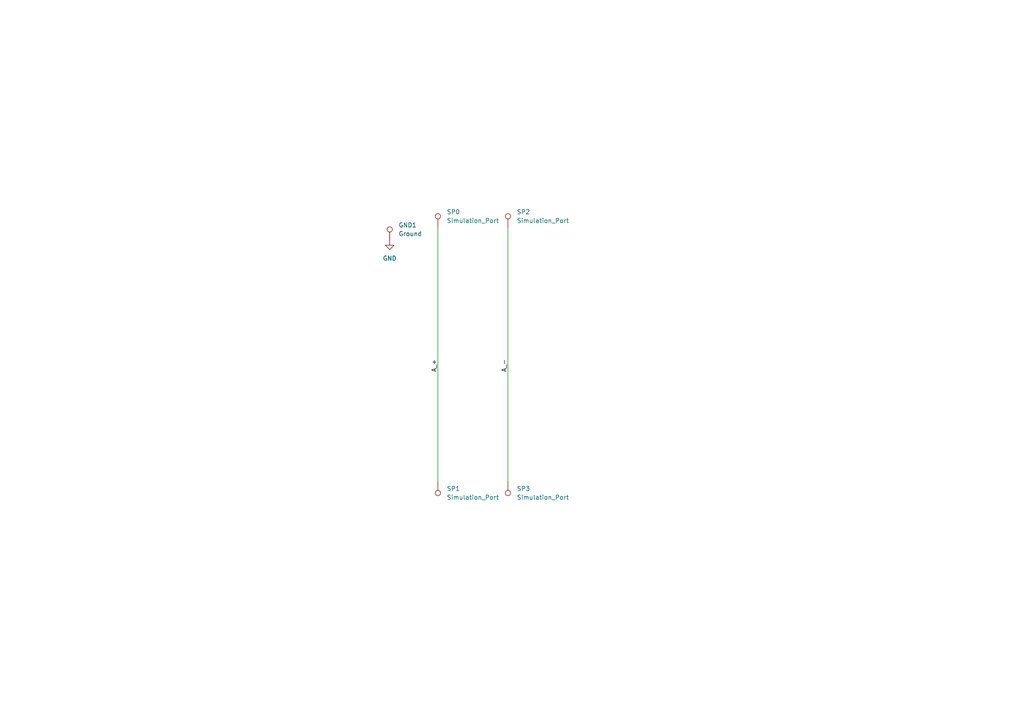
<source format=kicad_sch>
(kicad_sch (version 20231120) (generator "eeschema") (generator_version "8.0")
  (paper "A4")
  (lib_symbols
    (symbol "Connector:TestPoint" (pin_numbers hide) (pin_names (offset 0.762) hide)
      (property "Reference" "TP" (at 0 6.858 0))
      (property "Value" "TestPoint" (at 0 5.08 0))
      (symbol "TestPoint_0_1"
        (circle (center 0 3.302) (radius 0.762))
      )
      (symbol "TestPoint_1_1"
        (pin passive line (at 0 0 90) (length 2.54) (name "1") (number "1"))
      )
    )
    (symbol "power:GND" (power) (pin_numbers hide) (pin_names (offset 0) hide)
      (property "Value" "GND" (at 0 -3.81 0))
      (symbol "GND_0_1"
        (polyline (pts (xy 0 0) (xy 0 -1.27) (xy 1.27 -1.27) (xy 0 -2.54) (xy -1.27 -1.27) (xy 0 -1.27)))
      )
      (symbol "GND_1_1"
        (pin power_in line (at 0 0 270) (length 0) (name "~") (number "1"))
      )
    )
  )
  (wire (pts (xy 127 66.04) (xy 127 139.7)))
  (wire (pts (xy 147.32 66.04) (xy 147.32 139.7)))
  (label "A_-" (at 147.32 107.95 90))
  (label "A_+" (at 127 107.95 90))
  (symbol (lib_id "Connector:TestPoint") (at 147.32 139.7 180) (unit 1)
    (property "Reference" "SP3" (at 149.86 141.7319 0) (effects (justify right)))
    (property "Value" "Simulation_Port" (at 149.86 144.2719 0) (effects (justify right)))
    (property "Footprint" "simulation_port:pad_0.5mm" (effects (hide yes)))
    (property "Description" "test point" (effects (hide yes)))
  )
  (symbol (lib_id "Connector:TestPoint") (at 127 66.04 0) (unit 1)
    (property "Reference" "SP0" (at 129.54 61.4679 0) (effects (justify left)))
    (property "Value" "Simulation_Port" (at 129.54 64.0079 0) (effects (justify left)))
    (property "Footprint" "simulation_port:pad_0.5mm" (effects (hide yes)))
    (property "Description" "test point" (effects (hide yes)))
  )
  (symbol (lib_id "Connector:TestPoint") (at 113.03 69.85 0) (unit 1) (in_bom no) (on_board no)
    (property "Reference" "GND1" (at 115.57 65.2779 0) (effects (justify left)))
    (property "Value" "Ground" (at 115.57 67.8179 0) (effects (justify left)))
    (property "Footprint" "simulation_port:pad_0.15mm" (effects (hide yes)))
    (property "Description" "test point" (effects (hide yes)))
  )
  (symbol (lib_id "Connector:TestPoint") (at 127 139.7 180) (unit 1)
    (property "Reference" "SP1" (at 129.54 141.7319 0) (effects (justify right)))
    (property "Value" "Simulation_Port" (at 129.54 144.2719 0) (effects (justify right)))
    (property "Footprint" "simulation_port:pad_0.5mm" (effects (hide yes)))
    (property "Description" "test point" (effects (hide yes)))
  )
  (symbol (lib_id "Connector:TestPoint") (at 147.32 66.04 0) (unit 1)
    (property "Reference" "SP2" (at 149.86 61.4679 0) (effects (justify left)))
    (property "Value" "Simulation_Port" (at 149.86 64.0079 0) (effects (justify left)))
    (property "Footprint" "simulation_port:pad_0.5mm" (effects (hide yes)))
    (property "Description" "test point" (effects (hide yes)))
  )
  (symbol (lib_id "power:GND") (at 113.03 69.85 0) (unit 1)
    (property "Reference" "#PWR01" (effects (hide yes)))
    (property "Value" "GND" (at 113.03 74.93 0))
    (property "Description" "Power symbol creates a global label with name \"GND\" , ground" (effects (hide yes)))
  )
)
</source>
